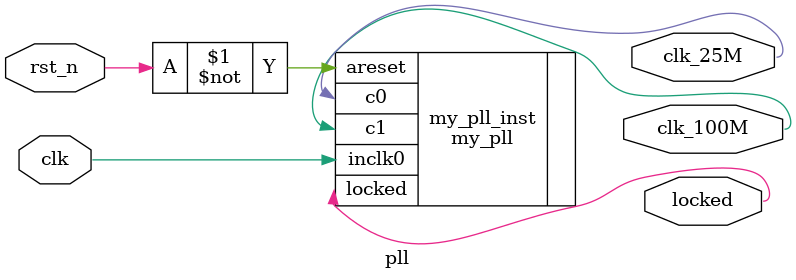
<source format=v>
module pll (clk, rst_n, clk_25M, clk_100M, locked);

	input clk, rst_n;
	
	output clk_25M, clk_100M;
	output locked;
	
	my_pll	my_pll_inst (
		.areset ( ~rst_n ),
		.inclk0 ( clk ),
		.c0 ( clk_25M ),
		.c1 ( clk_100M ),
		.locked ( locked )
		);

endmodule

</source>
